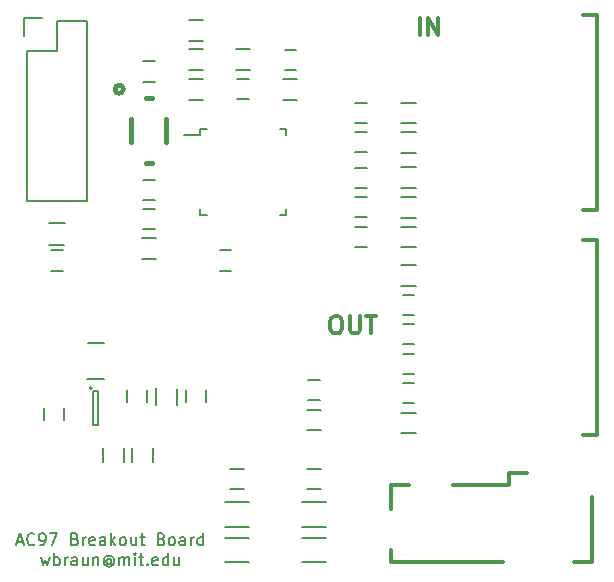
<source format=gto>
G04 #@! TF.FileFunction,Legend,Top*
%FSLAX46Y46*%
G04 Gerber Fmt 4.6, Leading zero omitted, Abs format (unit mm)*
G04 Created by KiCad (PCBNEW 4.0.4+e1-6308~48~ubuntu14.04.1-stable) date Wed Oct 26 00:23:15 2016*
%MOMM*%
%LPD*%
G01*
G04 APERTURE LIST*
%ADD10C,0.100000*%
%ADD11C,0.300000*%
%ADD12C,0.200000*%
%ADD13C,0.150000*%
%ADD14C,0.400000*%
G04 APERTURE END LIST*
D10*
D11*
X167750000Y-126678571D02*
X168035714Y-126678571D01*
X168178572Y-126750000D01*
X168321429Y-126892857D01*
X168392857Y-127178571D01*
X168392857Y-127678571D01*
X168321429Y-127964286D01*
X168178572Y-128107143D01*
X168035714Y-128178571D01*
X167750000Y-128178571D01*
X167607143Y-128107143D01*
X167464286Y-127964286D01*
X167392857Y-127678571D01*
X167392857Y-127178571D01*
X167464286Y-126892857D01*
X167607143Y-126750000D01*
X167750000Y-126678571D01*
X169035715Y-126678571D02*
X169035715Y-127892857D01*
X169107143Y-128035714D01*
X169178572Y-128107143D01*
X169321429Y-128178571D01*
X169607143Y-128178571D01*
X169750001Y-128107143D01*
X169821429Y-128035714D01*
X169892858Y-127892857D01*
X169892858Y-126678571D01*
X170392858Y-126678571D02*
X171250001Y-126678571D01*
X170821430Y-128178571D02*
X170821430Y-126678571D01*
X174964286Y-102928571D02*
X174964286Y-101428571D01*
X175678572Y-102928571D02*
X175678572Y-101428571D01*
X176535715Y-102928571D01*
X176535715Y-101428571D01*
D12*
X140845237Y-145816667D02*
X141321428Y-145816667D01*
X140749999Y-146102381D02*
X141083332Y-145102381D01*
X141416666Y-146102381D01*
X142321428Y-146007143D02*
X142273809Y-146054762D01*
X142130952Y-146102381D01*
X142035714Y-146102381D01*
X141892856Y-146054762D01*
X141797618Y-145959524D01*
X141749999Y-145864286D01*
X141702380Y-145673810D01*
X141702380Y-145530952D01*
X141749999Y-145340476D01*
X141797618Y-145245238D01*
X141892856Y-145150000D01*
X142035714Y-145102381D01*
X142130952Y-145102381D01*
X142273809Y-145150000D01*
X142321428Y-145197619D01*
X142797618Y-146102381D02*
X142988094Y-146102381D01*
X143083333Y-146054762D01*
X143130952Y-146007143D01*
X143226190Y-145864286D01*
X143273809Y-145673810D01*
X143273809Y-145292857D01*
X143226190Y-145197619D01*
X143178571Y-145150000D01*
X143083333Y-145102381D01*
X142892856Y-145102381D01*
X142797618Y-145150000D01*
X142749999Y-145197619D01*
X142702380Y-145292857D01*
X142702380Y-145530952D01*
X142749999Y-145626190D01*
X142797618Y-145673810D01*
X142892856Y-145721429D01*
X143083333Y-145721429D01*
X143178571Y-145673810D01*
X143226190Y-145626190D01*
X143273809Y-145530952D01*
X143607142Y-145102381D02*
X144273809Y-145102381D01*
X143845237Y-146102381D01*
X145750000Y-145578571D02*
X145892857Y-145626190D01*
X145940476Y-145673810D01*
X145988095Y-145769048D01*
X145988095Y-145911905D01*
X145940476Y-146007143D01*
X145892857Y-146054762D01*
X145797619Y-146102381D01*
X145416666Y-146102381D01*
X145416666Y-145102381D01*
X145750000Y-145102381D01*
X145845238Y-145150000D01*
X145892857Y-145197619D01*
X145940476Y-145292857D01*
X145940476Y-145388095D01*
X145892857Y-145483333D01*
X145845238Y-145530952D01*
X145750000Y-145578571D01*
X145416666Y-145578571D01*
X146416666Y-146102381D02*
X146416666Y-145435714D01*
X146416666Y-145626190D02*
X146464285Y-145530952D01*
X146511904Y-145483333D01*
X146607142Y-145435714D01*
X146702381Y-145435714D01*
X147416667Y-146054762D02*
X147321429Y-146102381D01*
X147130952Y-146102381D01*
X147035714Y-146054762D01*
X146988095Y-145959524D01*
X146988095Y-145578571D01*
X147035714Y-145483333D01*
X147130952Y-145435714D01*
X147321429Y-145435714D01*
X147416667Y-145483333D01*
X147464286Y-145578571D01*
X147464286Y-145673810D01*
X146988095Y-145769048D01*
X148321429Y-146102381D02*
X148321429Y-145578571D01*
X148273810Y-145483333D01*
X148178572Y-145435714D01*
X147988095Y-145435714D01*
X147892857Y-145483333D01*
X148321429Y-146054762D02*
X148226191Y-146102381D01*
X147988095Y-146102381D01*
X147892857Y-146054762D01*
X147845238Y-145959524D01*
X147845238Y-145864286D01*
X147892857Y-145769048D01*
X147988095Y-145721429D01*
X148226191Y-145721429D01*
X148321429Y-145673810D01*
X148797619Y-146102381D02*
X148797619Y-145102381D01*
X148892857Y-145721429D02*
X149178572Y-146102381D01*
X149178572Y-145435714D02*
X148797619Y-145816667D01*
X149750000Y-146102381D02*
X149654762Y-146054762D01*
X149607143Y-146007143D01*
X149559524Y-145911905D01*
X149559524Y-145626190D01*
X149607143Y-145530952D01*
X149654762Y-145483333D01*
X149750000Y-145435714D01*
X149892858Y-145435714D01*
X149988096Y-145483333D01*
X150035715Y-145530952D01*
X150083334Y-145626190D01*
X150083334Y-145911905D01*
X150035715Y-146007143D01*
X149988096Y-146054762D01*
X149892858Y-146102381D01*
X149750000Y-146102381D01*
X150940477Y-145435714D02*
X150940477Y-146102381D01*
X150511905Y-145435714D02*
X150511905Y-145959524D01*
X150559524Y-146054762D01*
X150654762Y-146102381D01*
X150797620Y-146102381D01*
X150892858Y-146054762D01*
X150940477Y-146007143D01*
X151273810Y-145435714D02*
X151654762Y-145435714D01*
X151416667Y-145102381D02*
X151416667Y-145959524D01*
X151464286Y-146054762D01*
X151559524Y-146102381D01*
X151654762Y-146102381D01*
X153083335Y-145578571D02*
X153226192Y-145626190D01*
X153273811Y-145673810D01*
X153321430Y-145769048D01*
X153321430Y-145911905D01*
X153273811Y-146007143D01*
X153226192Y-146054762D01*
X153130954Y-146102381D01*
X152750001Y-146102381D01*
X152750001Y-145102381D01*
X153083335Y-145102381D01*
X153178573Y-145150000D01*
X153226192Y-145197619D01*
X153273811Y-145292857D01*
X153273811Y-145388095D01*
X153226192Y-145483333D01*
X153178573Y-145530952D01*
X153083335Y-145578571D01*
X152750001Y-145578571D01*
X153892858Y-146102381D02*
X153797620Y-146054762D01*
X153750001Y-146007143D01*
X153702382Y-145911905D01*
X153702382Y-145626190D01*
X153750001Y-145530952D01*
X153797620Y-145483333D01*
X153892858Y-145435714D01*
X154035716Y-145435714D01*
X154130954Y-145483333D01*
X154178573Y-145530952D01*
X154226192Y-145626190D01*
X154226192Y-145911905D01*
X154178573Y-146007143D01*
X154130954Y-146054762D01*
X154035716Y-146102381D01*
X153892858Y-146102381D01*
X155083335Y-146102381D02*
X155083335Y-145578571D01*
X155035716Y-145483333D01*
X154940478Y-145435714D01*
X154750001Y-145435714D01*
X154654763Y-145483333D01*
X155083335Y-146054762D02*
X154988097Y-146102381D01*
X154750001Y-146102381D01*
X154654763Y-146054762D01*
X154607144Y-145959524D01*
X154607144Y-145864286D01*
X154654763Y-145769048D01*
X154750001Y-145721429D01*
X154988097Y-145721429D01*
X155083335Y-145673810D01*
X155559525Y-146102381D02*
X155559525Y-145435714D01*
X155559525Y-145626190D02*
X155607144Y-145530952D01*
X155654763Y-145483333D01*
X155750001Y-145435714D01*
X155845240Y-145435714D01*
X156607145Y-146102381D02*
X156607145Y-145102381D01*
X156607145Y-146054762D02*
X156511907Y-146102381D01*
X156321430Y-146102381D01*
X156226192Y-146054762D01*
X156178573Y-146007143D01*
X156130954Y-145911905D01*
X156130954Y-145626190D01*
X156178573Y-145530952D01*
X156226192Y-145483333D01*
X156321430Y-145435714D01*
X156511907Y-145435714D01*
X156607145Y-145483333D01*
X142845238Y-147135714D02*
X143035714Y-147802381D01*
X143226191Y-147326190D01*
X143416667Y-147802381D01*
X143607143Y-147135714D01*
X143988095Y-147802381D02*
X143988095Y-146802381D01*
X143988095Y-147183333D02*
X144083333Y-147135714D01*
X144273810Y-147135714D01*
X144369048Y-147183333D01*
X144416667Y-147230952D01*
X144464286Y-147326190D01*
X144464286Y-147611905D01*
X144416667Y-147707143D01*
X144369048Y-147754762D01*
X144273810Y-147802381D01*
X144083333Y-147802381D01*
X143988095Y-147754762D01*
X144892857Y-147802381D02*
X144892857Y-147135714D01*
X144892857Y-147326190D02*
X144940476Y-147230952D01*
X144988095Y-147183333D01*
X145083333Y-147135714D01*
X145178572Y-147135714D01*
X145940477Y-147802381D02*
X145940477Y-147278571D01*
X145892858Y-147183333D01*
X145797620Y-147135714D01*
X145607143Y-147135714D01*
X145511905Y-147183333D01*
X145940477Y-147754762D02*
X145845239Y-147802381D01*
X145607143Y-147802381D01*
X145511905Y-147754762D01*
X145464286Y-147659524D01*
X145464286Y-147564286D01*
X145511905Y-147469048D01*
X145607143Y-147421429D01*
X145845239Y-147421429D01*
X145940477Y-147373810D01*
X146845239Y-147135714D02*
X146845239Y-147802381D01*
X146416667Y-147135714D02*
X146416667Y-147659524D01*
X146464286Y-147754762D01*
X146559524Y-147802381D01*
X146702382Y-147802381D01*
X146797620Y-147754762D01*
X146845239Y-147707143D01*
X147321429Y-147135714D02*
X147321429Y-147802381D01*
X147321429Y-147230952D02*
X147369048Y-147183333D01*
X147464286Y-147135714D01*
X147607144Y-147135714D01*
X147702382Y-147183333D01*
X147750001Y-147278571D01*
X147750001Y-147802381D01*
X148845239Y-147326190D02*
X148797620Y-147278571D01*
X148702382Y-147230952D01*
X148607144Y-147230952D01*
X148511906Y-147278571D01*
X148464286Y-147326190D01*
X148416667Y-147421429D01*
X148416667Y-147516667D01*
X148464286Y-147611905D01*
X148511906Y-147659524D01*
X148607144Y-147707143D01*
X148702382Y-147707143D01*
X148797620Y-147659524D01*
X148845239Y-147611905D01*
X148845239Y-147230952D02*
X148845239Y-147611905D01*
X148892858Y-147659524D01*
X148940477Y-147659524D01*
X149035715Y-147611905D01*
X149083334Y-147516667D01*
X149083334Y-147278571D01*
X148988096Y-147135714D01*
X148845239Y-147040476D01*
X148654763Y-146992857D01*
X148464286Y-147040476D01*
X148321429Y-147135714D01*
X148226191Y-147278571D01*
X148178572Y-147469048D01*
X148226191Y-147659524D01*
X148321429Y-147802381D01*
X148464286Y-147897619D01*
X148654763Y-147945238D01*
X148845239Y-147897619D01*
X148988096Y-147802381D01*
X149511905Y-147802381D02*
X149511905Y-147135714D01*
X149511905Y-147230952D02*
X149559524Y-147183333D01*
X149654762Y-147135714D01*
X149797620Y-147135714D01*
X149892858Y-147183333D01*
X149940477Y-147278571D01*
X149940477Y-147802381D01*
X149940477Y-147278571D02*
X149988096Y-147183333D01*
X150083334Y-147135714D01*
X150226191Y-147135714D01*
X150321429Y-147183333D01*
X150369048Y-147278571D01*
X150369048Y-147802381D01*
X150845238Y-147802381D02*
X150845238Y-147135714D01*
X150845238Y-146802381D02*
X150797619Y-146850000D01*
X150845238Y-146897619D01*
X150892857Y-146850000D01*
X150845238Y-146802381D01*
X150845238Y-146897619D01*
X151178571Y-147135714D02*
X151559523Y-147135714D01*
X151321428Y-146802381D02*
X151321428Y-147659524D01*
X151369047Y-147754762D01*
X151464285Y-147802381D01*
X151559523Y-147802381D01*
X151892857Y-147707143D02*
X151940476Y-147754762D01*
X151892857Y-147802381D01*
X151845238Y-147754762D01*
X151892857Y-147707143D01*
X151892857Y-147802381D01*
X152750000Y-147754762D02*
X152654762Y-147802381D01*
X152464285Y-147802381D01*
X152369047Y-147754762D01*
X152321428Y-147659524D01*
X152321428Y-147278571D01*
X152369047Y-147183333D01*
X152464285Y-147135714D01*
X152654762Y-147135714D01*
X152750000Y-147183333D01*
X152797619Y-147278571D01*
X152797619Y-147373810D01*
X152321428Y-147469048D01*
X153654762Y-147802381D02*
X153654762Y-146802381D01*
X153654762Y-147754762D02*
X153559524Y-147802381D01*
X153369047Y-147802381D01*
X153273809Y-147754762D01*
X153226190Y-147707143D01*
X153178571Y-147611905D01*
X153178571Y-147326190D01*
X153226190Y-147230952D01*
X153273809Y-147183333D01*
X153369047Y-147135714D01*
X153559524Y-147135714D01*
X153654762Y-147183333D01*
X154559524Y-147135714D02*
X154559524Y-147802381D01*
X154130952Y-147135714D02*
X154130952Y-147659524D01*
X154178571Y-147754762D01*
X154273809Y-147802381D01*
X154416667Y-147802381D01*
X154511905Y-147754762D01*
X154559524Y-147707143D01*
D13*
X143150000Y-134500000D02*
X143150000Y-135500000D01*
X144850000Y-135500000D02*
X144850000Y-134500000D01*
X150150000Y-133000000D02*
X150150000Y-134000000D01*
X151850000Y-134000000D02*
X151850000Y-133000000D01*
X156850000Y-134000000D02*
X156850000Y-133000000D01*
X155150000Y-133000000D02*
X155150000Y-134000000D01*
X166500000Y-132150000D02*
X165500000Y-132150000D01*
X165500000Y-133850000D02*
X166500000Y-133850000D01*
X152500000Y-115150000D02*
X151500000Y-115150000D01*
X151500000Y-116850000D02*
X152500000Y-116850000D01*
X163500000Y-105850000D02*
X164500000Y-105850000D01*
X164500000Y-104150000D02*
X163500000Y-104150000D01*
X169500000Y-112850000D02*
X170500000Y-112850000D01*
X170500000Y-111150000D02*
X169500000Y-111150000D01*
X151500000Y-106850000D02*
X152500000Y-106850000D01*
X152500000Y-105150000D02*
X151500000Y-105150000D01*
X167000000Y-142475000D02*
X165000000Y-142475000D01*
X165000000Y-144525000D02*
X167000000Y-144525000D01*
X165000000Y-147525000D02*
X167000000Y-147525000D01*
X167000000Y-145475000D02*
X165000000Y-145475000D01*
X158000000Y-122850000D02*
X159000000Y-122850000D01*
X159000000Y-121150000D02*
X158000000Y-121150000D01*
X160500000Y-106650000D02*
X159500000Y-106650000D01*
X159500000Y-108350000D02*
X160500000Y-108350000D01*
X160500000Y-142475000D02*
X158500000Y-142475000D01*
X158500000Y-144525000D02*
X160500000Y-144525000D01*
X158500000Y-147525000D02*
X160500000Y-147525000D01*
X160500000Y-145475000D02*
X158500000Y-145475000D01*
X173500000Y-134100000D02*
X174500000Y-134100000D01*
X174500000Y-132400000D02*
X173500000Y-132400000D01*
X173500000Y-126600000D02*
X174500000Y-126600000D01*
X174500000Y-124900000D02*
X173500000Y-124900000D01*
X174500000Y-129900000D02*
X173500000Y-129900000D01*
X173500000Y-131600000D02*
X174500000Y-131600000D01*
X173500000Y-129100000D02*
X174500000Y-129100000D01*
X174500000Y-127400000D02*
X173500000Y-127400000D01*
X169500000Y-115850000D02*
X170500000Y-115850000D01*
X170500000Y-114150000D02*
X169500000Y-114150000D01*
X169500000Y-110350000D02*
X170500000Y-110350000D01*
X170500000Y-108650000D02*
X169500000Y-108650000D01*
X143750000Y-122850000D02*
X144750000Y-122850000D01*
X144750000Y-121150000D02*
X143750000Y-121150000D01*
X154400000Y-134200000D02*
X154400000Y-132900000D01*
X152600000Y-134200000D02*
X152600000Y-132800000D01*
X143550000Y-120650000D02*
X144850000Y-120650000D01*
X143550000Y-118850000D02*
X144950000Y-118850000D01*
D11*
X189500000Y-142000000D02*
X189500000Y-147500000D01*
X189500000Y-147500000D02*
X188000000Y-147500000D01*
X177750000Y-141000000D02*
X182500000Y-141000000D01*
X182500000Y-141000000D02*
X182500000Y-140000000D01*
X182500000Y-140000000D02*
X184000000Y-140000000D01*
X172500000Y-143000000D02*
X172500000Y-141000000D01*
X172500000Y-141000000D02*
X174000000Y-141000000D01*
X182000000Y-147500000D02*
X172500000Y-147500000D01*
X172500000Y-147500000D02*
X172500000Y-146500000D01*
D13*
X148200000Y-129000000D02*
X146900000Y-129000000D01*
X148200000Y-132000000D02*
X146800000Y-132000000D01*
D11*
X190000000Y-120250000D02*
X188750000Y-120250000D01*
X190000000Y-136750000D02*
X188750000Y-136750000D01*
X190000000Y-120250000D02*
X190000000Y-136750000D01*
X190000000Y-101250000D02*
X188750000Y-101250000D01*
X190000000Y-117750000D02*
X188750000Y-117750000D01*
X190000000Y-101250000D02*
X190000000Y-117750000D01*
D13*
X152375000Y-137900000D02*
X152375000Y-139100000D01*
X150625000Y-139100000D02*
X150625000Y-137900000D01*
X148125000Y-139100000D02*
X148125000Y-137900000D01*
X149875000Y-137900000D02*
X149875000Y-139100000D01*
X166600000Y-136375000D02*
X165400000Y-136375000D01*
X165400000Y-134625000D02*
X166600000Y-134625000D01*
X156600000Y-108375000D02*
X155400000Y-108375000D01*
X155400000Y-106625000D02*
X156600000Y-106625000D01*
X151400000Y-120125000D02*
X152600000Y-120125000D01*
X152600000Y-121875000D02*
X151400000Y-121875000D01*
X159400000Y-104125000D02*
X160600000Y-104125000D01*
X160600000Y-105875000D02*
X159400000Y-105875000D01*
X155400000Y-101625000D02*
X156600000Y-101625000D01*
X156600000Y-103375000D02*
X155400000Y-103375000D01*
X155400000Y-104125000D02*
X156600000Y-104125000D01*
X156600000Y-105875000D02*
X155400000Y-105875000D01*
X164600000Y-108375000D02*
X163400000Y-108375000D01*
X163400000Y-106625000D02*
X164600000Y-106625000D01*
X165400000Y-139625000D02*
X166600000Y-139625000D01*
X166600000Y-141375000D02*
X165400000Y-141375000D01*
X158900000Y-139625000D02*
X160100000Y-139625000D01*
X160100000Y-141375000D02*
X158900000Y-141375000D01*
X174600000Y-136625000D02*
X173400000Y-136625000D01*
X173400000Y-134875000D02*
X174600000Y-134875000D01*
X173400000Y-122375000D02*
X174600000Y-122375000D01*
X174600000Y-124125000D02*
X173400000Y-124125000D01*
X173400000Y-116625000D02*
X174600000Y-116625000D01*
X174600000Y-118375000D02*
X173400000Y-118375000D01*
X174600000Y-110375000D02*
X173400000Y-110375000D01*
X173400000Y-108625000D02*
X174600000Y-108625000D01*
X173400000Y-114125000D02*
X174600000Y-114125000D01*
X174600000Y-115875000D02*
X173400000Y-115875000D01*
X173400000Y-111125000D02*
X174600000Y-111125000D01*
X174600000Y-112875000D02*
X173400000Y-112875000D01*
X147200000Y-132800000D02*
G75*
G03X147200000Y-132800000I-100000J0D01*
G01*
X147750000Y-133050000D02*
X147250000Y-133050000D01*
X147750000Y-135950000D02*
X147750000Y-133050000D01*
X147250000Y-135950000D02*
X147750000Y-135950000D01*
X147250000Y-133050000D02*
X147250000Y-135950000D01*
X156375000Y-110875000D02*
X156375000Y-111400000D01*
X163625000Y-110875000D02*
X163625000Y-111400000D01*
X163625000Y-118125000D02*
X163625000Y-117600000D01*
X156375000Y-118125000D02*
X156375000Y-117600000D01*
X156375000Y-110875000D02*
X156900000Y-110875000D01*
X156375000Y-118125000D02*
X156900000Y-118125000D01*
X163625000Y-118125000D02*
X163100000Y-118125000D01*
X163625000Y-110875000D02*
X163100000Y-110875000D01*
X156375000Y-111400000D02*
X155000000Y-111400000D01*
D14*
X149853553Y-107500000D02*
G75*
G03X149853553Y-107500000I-353553J0D01*
G01*
X152250000Y-108250000D02*
X151750000Y-108250000D01*
X153500000Y-110000000D02*
X153500000Y-112000000D01*
X152250000Y-113750000D02*
X151750000Y-113750000D01*
X150500000Y-110000000D02*
X150500000Y-112000000D01*
D13*
X146810000Y-116970000D02*
X146810000Y-101730000D01*
X141730000Y-104270000D02*
X141730000Y-116970000D01*
X146810000Y-116970000D02*
X141730000Y-116970000D01*
X146810000Y-101730000D02*
X144270000Y-101730000D01*
X143000000Y-101450000D02*
X141450000Y-101450000D01*
X144270000Y-101730000D02*
X144270000Y-104270000D01*
X144270000Y-104270000D02*
X141730000Y-104270000D01*
X141450000Y-101450000D02*
X141450000Y-103000000D01*
X170500000Y-116650000D02*
X169500000Y-116650000D01*
X169500000Y-118350000D02*
X170500000Y-118350000D01*
X173400000Y-119125000D02*
X174600000Y-119125000D01*
X174600000Y-120875000D02*
X173400000Y-120875000D01*
X151500000Y-119350000D02*
X152500000Y-119350000D01*
X152500000Y-117650000D02*
X151500000Y-117650000D01*
X170500000Y-119150000D02*
X169500000Y-119150000D01*
X169500000Y-120850000D02*
X170500000Y-120850000D01*
M02*

</source>
